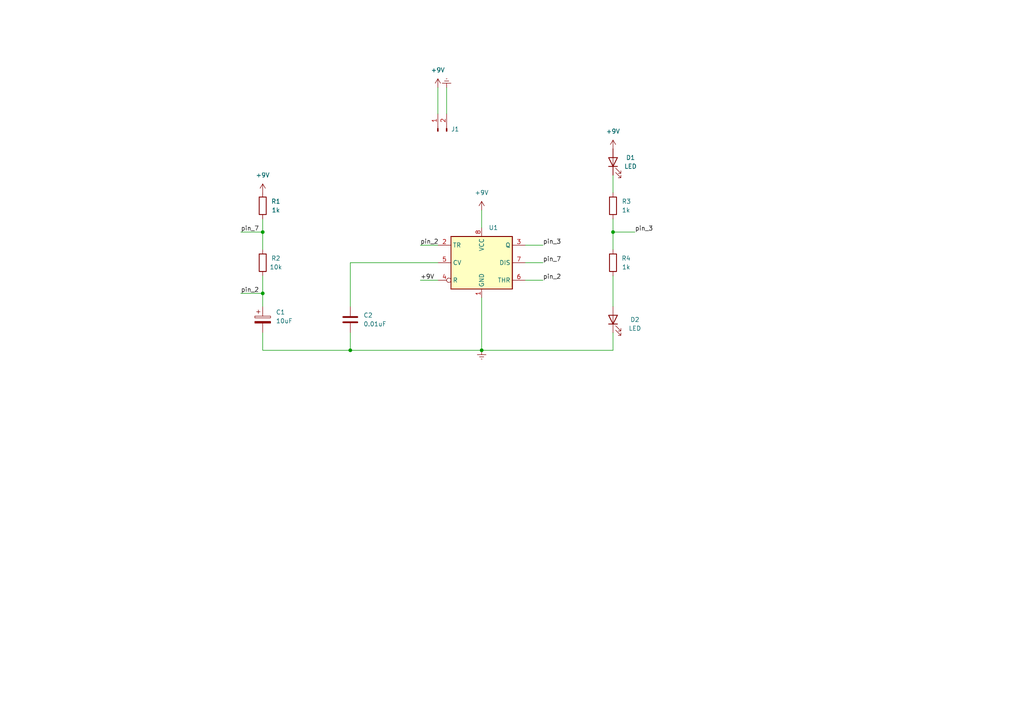
<source format=kicad_sch>
(kicad_sch (version 20211123) (generator eeschema)

  (uuid fc594d2a-fec7-47a1-a1a4-8db4d826d434)

  (paper "A4")

  (lib_symbols
    (symbol "Connector:Conn_01x02_Male" (pin_names (offset 1.016) hide) (in_bom yes) (on_board yes)
      (property "Reference" "J" (id 0) (at 0 2.54 0)
        (effects (font (size 1.27 1.27)))
      )
      (property "Value" "Conn_01x02_Male" (id 1) (at 0 -5.08 0)
        (effects (font (size 1.27 1.27)))
      )
      (property "Footprint" "" (id 2) (at 0 0 0)
        (effects (font (size 1.27 1.27)) hide)
      )
      (property "Datasheet" "~" (id 3) (at 0 0 0)
        (effects (font (size 1.27 1.27)) hide)
      )
      (property "ki_keywords" "connector" (id 4) (at 0 0 0)
        (effects (font (size 1.27 1.27)) hide)
      )
      (property "ki_description" "Generic connector, single row, 01x02, script generated (kicad-library-utils/schlib/autogen/connector/)" (id 5) (at 0 0 0)
        (effects (font (size 1.27 1.27)) hide)
      )
      (property "ki_fp_filters" "Connector*:*_1x??_*" (id 6) (at 0 0 0)
        (effects (font (size 1.27 1.27)) hide)
      )
      (symbol "Conn_01x02_Male_1_1"
        (polyline
          (pts
            (xy 1.27 -2.54)
            (xy 0.8636 -2.54)
          )
          (stroke (width 0.1524) (type default) (color 0 0 0 0))
          (fill (type none))
        )
        (polyline
          (pts
            (xy 1.27 0)
            (xy 0.8636 0)
          )
          (stroke (width 0.1524) (type default) (color 0 0 0 0))
          (fill (type none))
        )
        (rectangle (start 0.8636 -2.413) (end 0 -2.667)
          (stroke (width 0.1524) (type default) (color 0 0 0 0))
          (fill (type outline))
        )
        (rectangle (start 0.8636 0.127) (end 0 -0.127)
          (stroke (width 0.1524) (type default) (color 0 0 0 0))
          (fill (type outline))
        )
        (pin passive line (at 5.08 0 180) (length 3.81)
          (name "Pin_1" (effects (font (size 1.27 1.27))))
          (number "1" (effects (font (size 1.27 1.27))))
        )
        (pin passive line (at 5.08 -2.54 180) (length 3.81)
          (name "Pin_2" (effects (font (size 1.27 1.27))))
          (number "2" (effects (font (size 1.27 1.27))))
        )
      )
    )
    (symbol "Device:C" (pin_numbers hide) (pin_names (offset 0.254)) (in_bom yes) (on_board yes)
      (property "Reference" "C" (id 0) (at 0.635 2.54 0)
        (effects (font (size 1.27 1.27)) (justify left))
      )
      (property "Value" "C" (id 1) (at 0.635 -2.54 0)
        (effects (font (size 1.27 1.27)) (justify left))
      )
      (property "Footprint" "" (id 2) (at 0.9652 -3.81 0)
        (effects (font (size 1.27 1.27)) hide)
      )
      (property "Datasheet" "~" (id 3) (at 0 0 0)
        (effects (font (size 1.27 1.27)) hide)
      )
      (property "ki_keywords" "cap capacitor" (id 4) (at 0 0 0)
        (effects (font (size 1.27 1.27)) hide)
      )
      (property "ki_description" "Unpolarized capacitor" (id 5) (at 0 0 0)
        (effects (font (size 1.27 1.27)) hide)
      )
      (property "ki_fp_filters" "C_*" (id 6) (at 0 0 0)
        (effects (font (size 1.27 1.27)) hide)
      )
      (symbol "C_0_1"
        (polyline
          (pts
            (xy -2.032 -0.762)
            (xy 2.032 -0.762)
          )
          (stroke (width 0.508) (type default) (color 0 0 0 0))
          (fill (type none))
        )
        (polyline
          (pts
            (xy -2.032 0.762)
            (xy 2.032 0.762)
          )
          (stroke (width 0.508) (type default) (color 0 0 0 0))
          (fill (type none))
        )
      )
      (symbol "C_1_1"
        (pin passive line (at 0 3.81 270) (length 2.794)
          (name "~" (effects (font (size 1.27 1.27))))
          (number "1" (effects (font (size 1.27 1.27))))
        )
        (pin passive line (at 0 -3.81 90) (length 2.794)
          (name "~" (effects (font (size 1.27 1.27))))
          (number "2" (effects (font (size 1.27 1.27))))
        )
      )
    )
    (symbol "Device:C_Polarized" (pin_numbers hide) (pin_names (offset 0.254)) (in_bom yes) (on_board yes)
      (property "Reference" "C" (id 0) (at 0.635 2.54 0)
        (effects (font (size 1.27 1.27)) (justify left))
      )
      (property "Value" "C_Polarized" (id 1) (at 0.635 -2.54 0)
        (effects (font (size 1.27 1.27)) (justify left))
      )
      (property "Footprint" "" (id 2) (at 0.9652 -3.81 0)
        (effects (font (size 1.27 1.27)) hide)
      )
      (property "Datasheet" "~" (id 3) (at 0 0 0)
        (effects (font (size 1.27 1.27)) hide)
      )
      (property "ki_keywords" "cap capacitor" (id 4) (at 0 0 0)
        (effects (font (size 1.27 1.27)) hide)
      )
      (property "ki_description" "Polarized capacitor" (id 5) (at 0 0 0)
        (effects (font (size 1.27 1.27)) hide)
      )
      (property "ki_fp_filters" "CP_*" (id 6) (at 0 0 0)
        (effects (font (size 1.27 1.27)) hide)
      )
      (symbol "C_Polarized_0_1"
        (rectangle (start -2.286 0.508) (end 2.286 1.016)
          (stroke (width 0) (type default) (color 0 0 0 0))
          (fill (type none))
        )
        (polyline
          (pts
            (xy -1.778 2.286)
            (xy -0.762 2.286)
          )
          (stroke (width 0) (type default) (color 0 0 0 0))
          (fill (type none))
        )
        (polyline
          (pts
            (xy -1.27 2.794)
            (xy -1.27 1.778)
          )
          (stroke (width 0) (type default) (color 0 0 0 0))
          (fill (type none))
        )
        (rectangle (start 2.286 -0.508) (end -2.286 -1.016)
          (stroke (width 0) (type default) (color 0 0 0 0))
          (fill (type outline))
        )
      )
      (symbol "C_Polarized_1_1"
        (pin passive line (at 0 3.81 270) (length 2.794)
          (name "~" (effects (font (size 1.27 1.27))))
          (number "1" (effects (font (size 1.27 1.27))))
        )
        (pin passive line (at 0 -3.81 90) (length 2.794)
          (name "~" (effects (font (size 1.27 1.27))))
          (number "2" (effects (font (size 1.27 1.27))))
        )
      )
    )
    (symbol "Device:LED" (pin_numbers hide) (pin_names (offset 1.016) hide) (in_bom yes) (on_board yes)
      (property "Reference" "D" (id 0) (at 0 2.54 0)
        (effects (font (size 1.27 1.27)))
      )
      (property "Value" "LED" (id 1) (at 0 -2.54 0)
        (effects (font (size 1.27 1.27)))
      )
      (property "Footprint" "" (id 2) (at 0 0 0)
        (effects (font (size 1.27 1.27)) hide)
      )
      (property "Datasheet" "~" (id 3) (at 0 0 0)
        (effects (font (size 1.27 1.27)) hide)
      )
      (property "ki_keywords" "LED diode" (id 4) (at 0 0 0)
        (effects (font (size 1.27 1.27)) hide)
      )
      (property "ki_description" "Light emitting diode" (id 5) (at 0 0 0)
        (effects (font (size 1.27 1.27)) hide)
      )
      (property "ki_fp_filters" "LED* LED_SMD:* LED_THT:*" (id 6) (at 0 0 0)
        (effects (font (size 1.27 1.27)) hide)
      )
      (symbol "LED_0_1"
        (polyline
          (pts
            (xy -1.27 -1.27)
            (xy -1.27 1.27)
          )
          (stroke (width 0.254) (type default) (color 0 0 0 0))
          (fill (type none))
        )
        (polyline
          (pts
            (xy -1.27 0)
            (xy 1.27 0)
          )
          (stroke (width 0) (type default) (color 0 0 0 0))
          (fill (type none))
        )
        (polyline
          (pts
            (xy 1.27 -1.27)
            (xy 1.27 1.27)
            (xy -1.27 0)
            (xy 1.27 -1.27)
          )
          (stroke (width 0.254) (type default) (color 0 0 0 0))
          (fill (type none))
        )
        (polyline
          (pts
            (xy -3.048 -0.762)
            (xy -4.572 -2.286)
            (xy -3.81 -2.286)
            (xy -4.572 -2.286)
            (xy -4.572 -1.524)
          )
          (stroke (width 0) (type default) (color 0 0 0 0))
          (fill (type none))
        )
        (polyline
          (pts
            (xy -1.778 -0.762)
            (xy -3.302 -2.286)
            (xy -2.54 -2.286)
            (xy -3.302 -2.286)
            (xy -3.302 -1.524)
          )
          (stroke (width 0) (type default) (color 0 0 0 0))
          (fill (type none))
        )
      )
      (symbol "LED_1_1"
        (pin passive line (at -3.81 0 0) (length 2.54)
          (name "K" (effects (font (size 1.27 1.27))))
          (number "1" (effects (font (size 1.27 1.27))))
        )
        (pin passive line (at 3.81 0 180) (length 2.54)
          (name "A" (effects (font (size 1.27 1.27))))
          (number "2" (effects (font (size 1.27 1.27))))
        )
      )
    )
    (symbol "Device:R" (pin_numbers hide) (pin_names (offset 0)) (in_bom yes) (on_board yes)
      (property "Reference" "R" (id 0) (at 2.032 0 90)
        (effects (font (size 1.27 1.27)))
      )
      (property "Value" "R" (id 1) (at 0 0 90)
        (effects (font (size 1.27 1.27)))
      )
      (property "Footprint" "" (id 2) (at -1.778 0 90)
        (effects (font (size 1.27 1.27)) hide)
      )
      (property "Datasheet" "~" (id 3) (at 0 0 0)
        (effects (font (size 1.27 1.27)) hide)
      )
      (property "ki_keywords" "R res resistor" (id 4) (at 0 0 0)
        (effects (font (size 1.27 1.27)) hide)
      )
      (property "ki_description" "Resistor" (id 5) (at 0 0 0)
        (effects (font (size 1.27 1.27)) hide)
      )
      (property "ki_fp_filters" "R_*" (id 6) (at 0 0 0)
        (effects (font (size 1.27 1.27)) hide)
      )
      (symbol "R_0_1"
        (rectangle (start -1.016 -2.54) (end 1.016 2.54)
          (stroke (width 0.254) (type default) (color 0 0 0 0))
          (fill (type none))
        )
      )
      (symbol "R_1_1"
        (pin passive line (at 0 3.81 270) (length 1.27)
          (name "~" (effects (font (size 1.27 1.27))))
          (number "1" (effects (font (size 1.27 1.27))))
        )
        (pin passive line (at 0 -3.81 90) (length 1.27)
          (name "~" (effects (font (size 1.27 1.27))))
          (number "2" (effects (font (size 1.27 1.27))))
        )
      )
    )
    (symbol "Timer:NE555D" (in_bom yes) (on_board yes)
      (property "Reference" "U" (id 0) (at -10.16 8.89 0)
        (effects (font (size 1.27 1.27)) (justify left))
      )
      (property "Value" "NE555D" (id 1) (at 2.54 8.89 0)
        (effects (font (size 1.27 1.27)) (justify left))
      )
      (property "Footprint" "Package_SO:SOIC-8_3.9x4.9mm_P1.27mm" (id 2) (at 21.59 -10.16 0)
        (effects (font (size 1.27 1.27)) hide)
      )
      (property "Datasheet" "http://www.ti.com/lit/ds/symlink/ne555.pdf" (id 3) (at 21.59 -10.16 0)
        (effects (font (size 1.27 1.27)) hide)
      )
      (property "ki_keywords" "single timer 555" (id 4) (at 0 0 0)
        (effects (font (size 1.27 1.27)) hide)
      )
      (property "ki_description" "Precision Timers, 555 compatible, SOIC-8" (id 5) (at 0 0 0)
        (effects (font (size 1.27 1.27)) hide)
      )
      (property "ki_fp_filters" "SOIC*3.9x4.9mm*P1.27mm*" (id 6) (at 0 0 0)
        (effects (font (size 1.27 1.27)) hide)
      )
      (symbol "NE555D_0_0"
        (pin power_in line (at 0 -10.16 90) (length 2.54)
          (name "GND" (effects (font (size 1.27 1.27))))
          (number "1" (effects (font (size 1.27 1.27))))
        )
        (pin power_in line (at 0 10.16 270) (length 2.54)
          (name "VCC" (effects (font (size 1.27 1.27))))
          (number "8" (effects (font (size 1.27 1.27))))
        )
      )
      (symbol "NE555D_0_1"
        (rectangle (start -8.89 -7.62) (end 8.89 7.62)
          (stroke (width 0.254) (type default) (color 0 0 0 0))
          (fill (type background))
        )
        (rectangle (start -8.89 -7.62) (end 8.89 7.62)
          (stroke (width 0.254) (type default) (color 0 0 0 0))
          (fill (type background))
        )
      )
      (symbol "NE555D_1_1"
        (pin input line (at -12.7 5.08 0) (length 3.81)
          (name "TR" (effects (font (size 1.27 1.27))))
          (number "2" (effects (font (size 1.27 1.27))))
        )
        (pin output line (at 12.7 5.08 180) (length 3.81)
          (name "Q" (effects (font (size 1.27 1.27))))
          (number "3" (effects (font (size 1.27 1.27))))
        )
        (pin input inverted (at -12.7 -5.08 0) (length 3.81)
          (name "R" (effects (font (size 1.27 1.27))))
          (number "4" (effects (font (size 1.27 1.27))))
        )
        (pin input line (at -12.7 0 0) (length 3.81)
          (name "CV" (effects (font (size 1.27 1.27))))
          (number "5" (effects (font (size 1.27 1.27))))
        )
        (pin input line (at 12.7 -5.08 180) (length 3.81)
          (name "THR" (effects (font (size 1.27 1.27))))
          (number "6" (effects (font (size 1.27 1.27))))
        )
        (pin input line (at 12.7 0 180) (length 3.81)
          (name "DIS" (effects (font (size 1.27 1.27))))
          (number "7" (effects (font (size 1.27 1.27))))
        )
      )
    )
    (symbol "power:+9V" (power) (pin_names (offset 0)) (in_bom yes) (on_board yes)
      (property "Reference" "#PWR" (id 0) (at 0 -3.81 0)
        (effects (font (size 1.27 1.27)) hide)
      )
      (property "Value" "+9V" (id 1) (at 0 3.556 0)
        (effects (font (size 1.27 1.27)))
      )
      (property "Footprint" "" (id 2) (at 0 0 0)
        (effects (font (size 1.27 1.27)) hide)
      )
      (property "Datasheet" "" (id 3) (at 0 0 0)
        (effects (font (size 1.27 1.27)) hide)
      )
      (property "ki_keywords" "global power" (id 4) (at 0 0 0)
        (effects (font (size 1.27 1.27)) hide)
      )
      (property "ki_description" "Power symbol creates a global label with name \"+9V\"" (id 5) (at 0 0 0)
        (effects (font (size 1.27 1.27)) hide)
      )
      (symbol "+9V_0_1"
        (polyline
          (pts
            (xy -0.762 1.27)
            (xy 0 2.54)
          )
          (stroke (width 0) (type default) (color 0 0 0 0))
          (fill (type none))
        )
        (polyline
          (pts
            (xy 0 0)
            (xy 0 2.54)
          )
          (stroke (width 0) (type default) (color 0 0 0 0))
          (fill (type none))
        )
        (polyline
          (pts
            (xy 0 2.54)
            (xy 0.762 1.27)
          )
          (stroke (width 0) (type default) (color 0 0 0 0))
          (fill (type none))
        )
      )
      (symbol "+9V_1_1"
        (pin power_in line (at 0 0 90) (length 0) hide
          (name "+9V" (effects (font (size 1.27 1.27))))
          (number "1" (effects (font (size 1.27 1.27))))
        )
      )
    )
    (symbol "power:Earth" (power) (pin_names (offset 0)) (in_bom yes) (on_board yes)
      (property "Reference" "#PWR" (id 0) (at 0 -6.35 0)
        (effects (font (size 1.27 1.27)) hide)
      )
      (property "Value" "Earth" (id 1) (at 0 -3.81 0)
        (effects (font (size 1.27 1.27)) hide)
      )
      (property "Footprint" "" (id 2) (at 0 0 0)
        (effects (font (size 1.27 1.27)) hide)
      )
      (property "Datasheet" "~" (id 3) (at 0 0 0)
        (effects (font (size 1.27 1.27)) hide)
      )
      (property "ki_keywords" "global ground gnd" (id 4) (at 0 0 0)
        (effects (font (size 1.27 1.27)) hide)
      )
      (property "ki_description" "Power symbol creates a global label with name \"Earth\"" (id 5) (at 0 0 0)
        (effects (font (size 1.27 1.27)) hide)
      )
      (symbol "Earth_0_1"
        (polyline
          (pts
            (xy -0.635 -1.905)
            (xy 0.635 -1.905)
          )
          (stroke (width 0) (type default) (color 0 0 0 0))
          (fill (type none))
        )
        (polyline
          (pts
            (xy -0.127 -2.54)
            (xy 0.127 -2.54)
          )
          (stroke (width 0) (type default) (color 0 0 0 0))
          (fill (type none))
        )
        (polyline
          (pts
            (xy 0 -1.27)
            (xy 0 0)
          )
          (stroke (width 0) (type default) (color 0 0 0 0))
          (fill (type none))
        )
        (polyline
          (pts
            (xy 1.27 -1.27)
            (xy -1.27 -1.27)
          )
          (stroke (width 0) (type default) (color 0 0 0 0))
          (fill (type none))
        )
      )
      (symbol "Earth_1_1"
        (pin power_in line (at 0 0 270) (length 0) hide
          (name "Earth" (effects (font (size 1.27 1.27))))
          (number "1" (effects (font (size 1.27 1.27))))
        )
      )
    )
  )

  (junction (at 139.7 101.6) (diameter 0) (color 0 0 0 0)
    (uuid 0beaf41d-685a-43fc-a2d7-3e91ca868dbb)
  )
  (junction (at 76.2 67.31) (diameter 0) (color 0 0 0 0)
    (uuid 3315d4a2-20c8-488a-8388-a49eb327d83e)
  )
  (junction (at 177.8 67.31) (diameter 0) (color 0 0 0 0)
    (uuid 368cde5c-b3ac-4339-9a6e-e983c3796faf)
  )
  (junction (at 101.6 101.6) (diameter 0) (color 0 0 0 0)
    (uuid c76ba75b-194b-42fb-bc27-4c8a64f046f9)
  )
  (junction (at 76.2 85.09) (diameter 0) (color 0 0 0 0)
    (uuid ef9ff19d-2782-48a5-920d-eb0bb32df10f)
  )

  (wire (pts (xy 69.85 67.31) (xy 76.2 67.31))
    (stroke (width 0) (type default) (color 0 0 0 0))
    (uuid 08e8c041-a256-41df-9227-939919b3d5cf)
  )
  (wire (pts (xy 76.2 101.6) (xy 101.6 101.6))
    (stroke (width 0) (type default) (color 0 0 0 0))
    (uuid 0a198224-6821-4b8e-823d-ee5b0bd8bbe5)
  )
  (wire (pts (xy 76.2 85.09) (xy 76.2 88.9))
    (stroke (width 0) (type default) (color 0 0 0 0))
    (uuid 0f079227-e823-4a73-bf34-9aea6acd48d2)
  )
  (wire (pts (xy 177.8 101.6) (xy 139.7 101.6))
    (stroke (width 0) (type default) (color 0 0 0 0))
    (uuid 0f1a8eb5-70df-43d4-ab9f-1d0f883b29c8)
  )
  (wire (pts (xy 177.8 63.5) (xy 177.8 67.31))
    (stroke (width 0) (type default) (color 0 0 0 0))
    (uuid 1073bd70-3641-43a6-8eb6-e3e2d11a1826)
  )
  (wire (pts (xy 152.4 71.12) (xy 157.48 71.12))
    (stroke (width 0) (type default) (color 0 0 0 0))
    (uuid 11dc2ac1-c501-4a73-87f4-4037920cc801)
  )
  (wire (pts (xy 127 76.2) (xy 101.6 76.2))
    (stroke (width 0) (type default) (color 0 0 0 0))
    (uuid 12366ae0-2688-47c2-815e-38739e6f4897)
  )
  (wire (pts (xy 76.2 67.31) (xy 76.2 72.39))
    (stroke (width 0) (type default) (color 0 0 0 0))
    (uuid 17a6ece0-346c-4d17-a56f-9dcea408e0a6)
  )
  (wire (pts (xy 101.6 101.6) (xy 101.6 96.52))
    (stroke (width 0) (type default) (color 0 0 0 0))
    (uuid 17f5f3bd-9ffe-4fc9-8d84-ae3f1c4d151c)
  )
  (wire (pts (xy 121.92 81.28) (xy 127 81.28))
    (stroke (width 0) (type default) (color 0 0 0 0))
    (uuid 19b5ec3d-9c19-43e3-9aa1-c863167a3b12)
  )
  (wire (pts (xy 127 25.4) (xy 127 33.02))
    (stroke (width 0) (type default) (color 0 0 0 0))
    (uuid 2471776b-9865-41ed-83f3-d5243fbe968a)
  )
  (wire (pts (xy 177.8 80.01) (xy 177.8 88.9))
    (stroke (width 0) (type default) (color 0 0 0 0))
    (uuid 26499eab-3474-4a6f-9268-cf83d4caa415)
  )
  (wire (pts (xy 139.7 60.96) (xy 139.7 66.04))
    (stroke (width 0) (type default) (color 0 0 0 0))
    (uuid 2d352499-5680-4958-9336-842d18e7510c)
  )
  (wire (pts (xy 121.92 71.12) (xy 127 71.12))
    (stroke (width 0) (type default) (color 0 0 0 0))
    (uuid 2d3d255f-a535-4ecf-8c61-b705f38d095a)
  )
  (wire (pts (xy 76.2 96.52) (xy 76.2 101.6))
    (stroke (width 0) (type default) (color 0 0 0 0))
    (uuid 2e8364aa-9883-420e-af91-f119b938c347)
  )
  (wire (pts (xy 101.6 76.2) (xy 101.6 88.9))
    (stroke (width 0) (type default) (color 0 0 0 0))
    (uuid 3740f73e-d68c-413c-a560-2cf1411f9b96)
  )
  (wire (pts (xy 139.7 101.6) (xy 101.6 101.6))
    (stroke (width 0) (type default) (color 0 0 0 0))
    (uuid 455c4b4d-48d5-47d4-916b-f5fefe299d26)
  )
  (wire (pts (xy 177.8 67.31) (xy 184.15 67.31))
    (stroke (width 0) (type default) (color 0 0 0 0))
    (uuid 4c78d1cb-742e-4de7-956b-3d6da8ee3074)
  )
  (wire (pts (xy 129.54 25.4) (xy 129.54 33.02))
    (stroke (width 0) (type default) (color 0 0 0 0))
    (uuid 505dc87c-ad39-4944-b53b-0ea770b6fcd4)
  )
  (wire (pts (xy 139.7 86.36) (xy 139.7 101.6))
    (stroke (width 0) (type default) (color 0 0 0 0))
    (uuid 5b9df67c-3d45-4bed-8732-d6a84702a9cf)
  )
  (wire (pts (xy 177.8 67.31) (xy 177.8 72.39))
    (stroke (width 0) (type default) (color 0 0 0 0))
    (uuid 70f640c5-69e6-493b-a64b-28a44682db58)
  )
  (wire (pts (xy 177.8 50.8) (xy 177.8 55.88))
    (stroke (width 0) (type default) (color 0 0 0 0))
    (uuid 94457024-40ac-46e5-95e7-e6d8c3587fb5)
  )
  (wire (pts (xy 76.2 63.5) (xy 76.2 67.31))
    (stroke (width 0) (type default) (color 0 0 0 0))
    (uuid 9d0641d6-90fd-43c8-aef4-b8f3f4053f90)
  )
  (wire (pts (xy 69.85 85.09) (xy 76.2 85.09))
    (stroke (width 0) (type default) (color 0 0 0 0))
    (uuid a5ecae61-e303-4609-aac3-e687e4df047c)
  )
  (wire (pts (xy 152.4 76.2) (xy 157.48 76.2))
    (stroke (width 0) (type default) (color 0 0 0 0))
    (uuid dff587fa-c37e-4aa2-8c36-55e8d506222a)
  )
  (wire (pts (xy 152.4 81.28) (xy 157.48 81.28))
    (stroke (width 0) (type default) (color 0 0 0 0))
    (uuid e5167907-f645-4b2f-a463-502cb406f9d2)
  )
  (wire (pts (xy 177.8 96.52) (xy 177.8 101.6))
    (stroke (width 0) (type default) (color 0 0 0 0))
    (uuid e67ad454-c910-41f9-b40e-af13db47aa2f)
  )
  (wire (pts (xy 76.2 80.01) (xy 76.2 85.09))
    (stroke (width 0) (type default) (color 0 0 0 0))
    (uuid fb977e13-283e-4bc5-adbf-12ef93ff7905)
  )

  (label "pin_2" (at 121.92 71.12 0)
    (effects (font (size 1.27 1.27)) (justify left bottom))
    (uuid 1b222512-9d47-4b3a-883c-bfb5cfe2cb59)
  )
  (label "pin_7" (at 69.85 67.31 0)
    (effects (font (size 1.27 1.27)) (justify left bottom))
    (uuid 26fe0c60-0010-42de-97ce-75862b7496bb)
  )
  (label "pin_3" (at 184.15 67.31 0)
    (effects (font (size 1.27 1.27)) (justify left bottom))
    (uuid 7fc862be-daa4-467c-bd24-4481029242fa)
  )
  (label "pin_3" (at 157.48 71.12 0)
    (effects (font (size 1.27 1.27)) (justify left bottom))
    (uuid 83d59d3b-4103-44b0-9ae4-13d2ee4275c8)
  )
  (label "pin_2" (at 157.48 81.28 0)
    (effects (font (size 1.27 1.27)) (justify left bottom))
    (uuid 8461d6f8-2559-417f-a146-eabab4ae81e7)
  )
  (label "+9V" (at 121.92 81.28 0)
    (effects (font (size 1.27 1.27)) (justify left bottom))
    (uuid 91bb49b1-badc-4491-8981-6498a5e8d7a3)
  )
  (label "pin_7" (at 157.48 76.2 0)
    (effects (font (size 1.27 1.27)) (justify left bottom))
    (uuid cfe55f33-5c3a-418b-b1f0-06d441676b93)
  )
  (label "pin_2" (at 69.85 85.09 0)
    (effects (font (size 1.27 1.27)) (justify left bottom))
    (uuid dcd5df05-9211-466b-8eed-cd1398a19f3d)
  )

  (symbol (lib_id "Device:R") (at 76.2 76.2 0) (unit 1)
    (in_bom yes) (on_board yes)
    (uuid 1399bfb9-c845-43b3-8eaa-30c3a3e9860c)
    (property "Reference" "R2" (id 0) (at 80.01 74.93 0))
    (property "Value" "10k" (id 1) (at 80.01 77.47 0))
    (property "Footprint" "" (id 2) (at 74.422 76.2 90)
      (effects (font (size 1.27 1.27)) hide)
    )
    (property "Datasheet" "~" (id 3) (at 76.2 76.2 0)
      (effects (font (size 1.27 1.27)) hide)
    )
    (pin "1" (uuid 0616a69d-6d79-42c6-b6cc-67635612cd6f))
    (pin "2" (uuid 91a6e2c9-3f7d-496e-814e-f0a729da248d))
  )

  (symbol (lib_id "Device:C_Polarized") (at 76.2 92.71 0) (unit 1)
    (in_bom yes) (on_board yes) (fields_autoplaced)
    (uuid 24975818-0dde-42ee-a1f7-be96828f83be)
    (property "Reference" "C1" (id 0) (at 80.01 90.5509 0)
      (effects (font (size 1.27 1.27)) (justify left))
    )
    (property "Value" "10uF" (id 1) (at 80.01 93.0909 0)
      (effects (font (size 1.27 1.27)) (justify left))
    )
    (property "Footprint" "" (id 2) (at 77.1652 96.52 0)
      (effects (font (size 1.27 1.27)) hide)
    )
    (property "Datasheet" "~" (id 3) (at 76.2 92.71 0)
      (effects (font (size 1.27 1.27)) hide)
    )
    (pin "1" (uuid 2b316824-2b42-447b-98b9-a765873e0716))
    (pin "2" (uuid 805b6efc-1df6-4cbb-8a9a-83f341364fd2))
  )

  (symbol (lib_id "Device:LED") (at 177.8 92.71 90) (unit 1)
    (in_bom yes) (on_board yes)
    (uuid 2ba0098e-0ee9-4e5a-b582-51caf64e124f)
    (property "Reference" "D2" (id 0) (at 184.15 92.71 90))
    (property "Value" "LED" (id 1) (at 184.15 95.25 90))
    (property "Footprint" "" (id 2) (at 177.8 92.71 0)
      (effects (font (size 1.27 1.27)) hide)
    )
    (property "Datasheet" "~" (id 3) (at 177.8 92.71 0)
      (effects (font (size 1.27 1.27)) hide)
    )
    (pin "1" (uuid e1dc6f88-ef1a-4b3d-a58d-2b81b9717423))
    (pin "2" (uuid 094c2eca-a90d-4459-a15e-1716f397f209))
  )

  (symbol (lib_id "Device:R") (at 177.8 59.69 180) (unit 1)
    (in_bom yes) (on_board yes) (fields_autoplaced)
    (uuid 371047d9-9692-415f-9a3b-197b4e8dbc29)
    (property "Reference" "R3" (id 0) (at 180.34 58.4199 0)
      (effects (font (size 1.27 1.27)) (justify right))
    )
    (property "Value" "1k" (id 1) (at 180.34 60.9599 0)
      (effects (font (size 1.27 1.27)) (justify right))
    )
    (property "Footprint" "" (id 2) (at 179.578 59.69 90)
      (effects (font (size 1.27 1.27)) hide)
    )
    (property "Datasheet" "~" (id 3) (at 177.8 59.69 0)
      (effects (font (size 1.27 1.27)) hide)
    )
    (pin "1" (uuid 8b94e635-b0d4-40e3-b5b3-56a580550e3b))
    (pin "2" (uuid 8ba39252-c563-4351-9c06-a549023ca38f))
  )

  (symbol (lib_id "power:Earth") (at 129.54 25.4 180) (unit 1)
    (in_bom yes) (on_board yes) (fields_autoplaced)
    (uuid 429e5b35-cb5d-423f-bd3d-d7f389e91ad8)
    (property "Reference" "#PWR?" (id 0) (at 129.54 19.05 0)
      (effects (font (size 1.27 1.27)) hide)
    )
    (property "Value" "Earth" (id 1) (at 129.54 21.59 0)
      (effects (font (size 1.27 1.27)) hide)
    )
    (property "Footprint" "" (id 2) (at 129.54 25.4 0)
      (effects (font (size 1.27 1.27)) hide)
    )
    (property "Datasheet" "~" (id 3) (at 129.54 25.4 0)
      (effects (font (size 1.27 1.27)) hide)
    )
    (pin "1" (uuid 88f7065e-0f09-4142-a0ff-427f9f3bae51))
  )

  (symbol (lib_id "power:+9V") (at 76.2 55.88 0) (unit 1)
    (in_bom yes) (on_board yes) (fields_autoplaced)
    (uuid 4bb52cea-9dee-4c65-989f-8f334292018b)
    (property "Reference" "#PWR?" (id 0) (at 76.2 59.69 0)
      (effects (font (size 1.27 1.27)) hide)
    )
    (property "Value" "+9V" (id 1) (at 76.2 50.8 0))
    (property "Footprint" "" (id 2) (at 76.2 55.88 0)
      (effects (font (size 1.27 1.27)) hide)
    )
    (property "Datasheet" "" (id 3) (at 76.2 55.88 0)
      (effects (font (size 1.27 1.27)) hide)
    )
    (pin "1" (uuid b57e2590-0666-47fb-8c88-83742f4412fb))
  )

  (symbol (lib_id "Device:C") (at 101.6 92.71 0) (unit 1)
    (in_bom yes) (on_board yes) (fields_autoplaced)
    (uuid 59f75b14-7ce3-4623-8896-6c419564157e)
    (property "Reference" "C2" (id 0) (at 105.41 91.4399 0)
      (effects (font (size 1.27 1.27)) (justify left))
    )
    (property "Value" "0.01uF" (id 1) (at 105.41 93.9799 0)
      (effects (font (size 1.27 1.27)) (justify left))
    )
    (property "Footprint" "" (id 2) (at 102.5652 96.52 0)
      (effects (font (size 1.27 1.27)) hide)
    )
    (property "Datasheet" "~" (id 3) (at 101.6 92.71 0)
      (effects (font (size 1.27 1.27)) hide)
    )
    (pin "1" (uuid 397bea98-2da1-45aa-bff0-eca8d2d4a551))
    (pin "2" (uuid 6471de96-81dc-416d-869e-dbd8056ac4d0))
  )

  (symbol (lib_id "Timer:NE555D") (at 139.7 76.2 0) (unit 1)
    (in_bom yes) (on_board yes) (fields_autoplaced)
    (uuid 6d6d1ebf-e535-4f71-a3eb-585fde80ca6f)
    (property "Reference" "U1" (id 0) (at 141.7194 66.04 0)
      (effects (font (size 1.27 1.27)) (justify left))
    )
    (property "Value" "NE555D" (id 1) (at 141.7194 66.04 0)
      (effects (font (size 1.27 1.27)) (justify left) hide)
    )
    (property "Footprint" "Package_SO:SOIC-8_3.9x4.9mm_P1.27mm" (id 2) (at 161.29 86.36 0)
      (effects (font (size 1.27 1.27)) hide)
    )
    (property "Datasheet" "http://www.ti.com/lit/ds/symlink/ne555.pdf" (id 3) (at 161.29 86.36 0)
      (effects (font (size 1.27 1.27)) hide)
    )
    (pin "1" (uuid f2fbf965-a9e4-43dc-9085-e560e9b57805))
    (pin "8" (uuid 3fd08317-d6c6-4b6b-a208-7458f458b7de))
    (pin "2" (uuid dd0d6c99-082a-4b14-bab8-ed24e09f8fe5))
    (pin "3" (uuid 343857fc-a767-47c8-94bc-9da530fec02b))
    (pin "4" (uuid 5377c183-ac1d-4e34-b347-75f0e2cbfa5e))
    (pin "5" (uuid 4d71f6f9-ac23-4368-8a6e-e8e8cd26e893))
    (pin "6" (uuid 8c9fd4aa-9989-4dae-9392-a858aa773b3d))
    (pin "7" (uuid 38a8f5fe-5cae-49a8-9d48-72281d570968))
  )

  (symbol (lib_id "power:+9V") (at 177.8 43.18 0) (unit 1)
    (in_bom yes) (on_board yes) (fields_autoplaced)
    (uuid 8533406e-1d88-4d1d-b886-738ad7394e24)
    (property "Reference" "#PWR?" (id 0) (at 177.8 46.99 0)
      (effects (font (size 1.27 1.27)) hide)
    )
    (property "Value" "+9V" (id 1) (at 177.8 38.1 0))
    (property "Footprint" "" (id 2) (at 177.8 43.18 0)
      (effects (font (size 1.27 1.27)) hide)
    )
    (property "Datasheet" "" (id 3) (at 177.8 43.18 0)
      (effects (font (size 1.27 1.27)) hide)
    )
    (pin "1" (uuid f680bb2d-e6b9-46bc-acc7-7a0745f538c9))
  )

  (symbol (lib_id "power:Earth") (at 139.7 101.6 0) (unit 1)
    (in_bom yes) (on_board yes) (fields_autoplaced)
    (uuid 8a88bd45-4e57-4ec8-8cd3-e08812b2bddb)
    (property "Reference" "#PWR?" (id 0) (at 139.7 107.95 0)
      (effects (font (size 1.27 1.27)) hide)
    )
    (property "Value" "Earth" (id 1) (at 139.7 105.41 0)
      (effects (font (size 1.27 1.27)) hide)
    )
    (property "Footprint" "" (id 2) (at 139.7 101.6 0)
      (effects (font (size 1.27 1.27)) hide)
    )
    (property "Datasheet" "~" (id 3) (at 139.7 101.6 0)
      (effects (font (size 1.27 1.27)) hide)
    )
    (pin "1" (uuid a933933f-3de3-4c3f-9ab3-7e09b38dd113))
  )

  (symbol (lib_id "Device:R") (at 177.8 76.2 0) (unit 1)
    (in_bom yes) (on_board yes)
    (uuid b1602bb1-0cdf-4837-9c68-6e6ba1d701dd)
    (property "Reference" "R4" (id 0) (at 181.61 74.93 0))
    (property "Value" "1k" (id 1) (at 181.61 77.47 0))
    (property "Footprint" "" (id 2) (at 176.022 76.2 90)
      (effects (font (size 1.27 1.27)) hide)
    )
    (property "Datasheet" "~" (id 3) (at 177.8 76.2 0)
      (effects (font (size 1.27 1.27)) hide)
    )
    (pin "1" (uuid daf7d782-589b-4b84-b504-8f7b5e0c2986))
    (pin "2" (uuid 738d6cbd-28a2-416e-91a4-f5a2438c3a4d))
  )

  (symbol (lib_id "Device:LED") (at 177.8 46.99 90) (unit 1)
    (in_bom yes) (on_board yes)
    (uuid ba5dba7c-37fe-449e-a75b-a789455f8b6f)
    (property "Reference" "D1" (id 0) (at 182.88 45.72 90))
    (property "Value" "LED" (id 1) (at 182.88 48.26 90))
    (property "Footprint" "" (id 2) (at 177.8 46.99 0)
      (effects (font (size 1.27 1.27)) hide)
    )
    (property "Datasheet" "~" (id 3) (at 177.8 46.99 0)
      (effects (font (size 1.27 1.27)) hide)
    )
    (pin "1" (uuid 22e357e4-d998-41ca-92a2-e3ba5a82636b))
    (pin "2" (uuid 9889d103-1ed7-4203-8234-44f3abcae61b))
  )

  (symbol (lib_id "Connector:Conn_01x02_Male") (at 127 38.1 90) (unit 1)
    (in_bom yes) (on_board yes) (fields_autoplaced)
    (uuid ba9c07cb-f23a-4f2e-b9c4-13fe333175f0)
    (property "Reference" "J1" (id 0) (at 130.81 37.4649 90)
      (effects (font (size 1.27 1.27)) (justify right))
    )
    (property "Value" "Conn_01x02_Male" (id 1) (at 130.81 38.7349 90)
      (effects (font (size 1.27 1.27)) (justify right) hide)
    )
    (property "Footprint" "" (id 2) (at 127 38.1 0)
      (effects (font (size 1.27 1.27)) hide)
    )
    (property "Datasheet" "~" (id 3) (at 127 38.1 0)
      (effects (font (size 1.27 1.27)) hide)
    )
    (pin "1" (uuid 2320b95a-98d0-4315-a4dc-8fa8b10e9e1f))
    (pin "2" (uuid ce19aaed-ef84-441a-bc22-945d5ce349ee))
  )

  (symbol (lib_id "power:+9V") (at 139.7 60.96 0) (unit 1)
    (in_bom yes) (on_board yes) (fields_autoplaced)
    (uuid cb7a33d8-c8af-4fa7-9ec9-9531408ea87e)
    (property "Reference" "#PWR?" (id 0) (at 139.7 64.77 0)
      (effects (font (size 1.27 1.27)) hide)
    )
    (property "Value" "+9V" (id 1) (at 139.7 55.88 0))
    (property "Footprint" "" (id 2) (at 139.7 60.96 0)
      (effects (font (size 1.27 1.27)) hide)
    )
    (property "Datasheet" "" (id 3) (at 139.7 60.96 0)
      (effects (font (size 1.27 1.27)) hide)
    )
    (pin "1" (uuid a4a31d07-3bf3-418d-97f9-2f6f85787a69))
  )

  (symbol (lib_id "Device:R") (at 76.2 59.69 0) (unit 1)
    (in_bom yes) (on_board yes)
    (uuid d91ebf77-fd6b-435d-98f9-0ba0f830b9b9)
    (property "Reference" "R1" (id 0) (at 80.01 58.42 0))
    (property "Value" "1k" (id 1) (at 80.01 60.96 0))
    (property "Footprint" "" (id 2) (at 74.422 59.69 90)
      (effects (font (size 1.27 1.27)) hide)
    )
    (property "Datasheet" "~" (id 3) (at 76.2 59.69 0)
      (effects (font (size 1.27 1.27)) hide)
    )
    (pin "1" (uuid ee2a513a-ed96-4766-b402-715c73254cf6))
    (pin "2" (uuid 2927c34d-65d9-4862-bd2f-19ce8e495685))
  )

  (symbol (lib_id "power:+9V") (at 127 25.4 0) (unit 1)
    (in_bom yes) (on_board yes) (fields_autoplaced)
    (uuid f1744a2a-d297-4771-803a-49952d572475)
    (property "Reference" "#PWR?" (id 0) (at 127 29.21 0)
      (effects (font (size 1.27 1.27)) hide)
    )
    (property "Value" "+9V" (id 1) (at 127 20.32 0))
    (property "Footprint" "" (id 2) (at 127 25.4 0)
      (effects (font (size 1.27 1.27)) hide)
    )
    (property "Datasheet" "" (id 3) (at 127 25.4 0)
      (effects (font (size 1.27 1.27)) hide)
    )
    (pin "1" (uuid 69376875-2bdc-4b13-aac7-f9e3320f3ad3))
  )

  (sheet_instances
    (path "/" (page "1"))
  )

  (symbol_instances
    (path "/429e5b35-cb5d-423f-bd3d-d7f389e91ad8"
      (reference "#PWR?") (unit 1) (value "Earth") (footprint "")
    )
    (path "/4bb52cea-9dee-4c65-989f-8f334292018b"
      (reference "#PWR?") (unit 1) (value "+9V") (footprint "")
    )
    (path "/8533406e-1d88-4d1d-b886-738ad7394e24"
      (reference "#PWR?") (unit 1) (value "+9V") (footprint "")
    )
    (path "/8a88bd45-4e57-4ec8-8cd3-e08812b2bddb"
      (reference "#PWR?") (unit 1) (value "Earth") (footprint "")
    )
    (path "/cb7a33d8-c8af-4fa7-9ec9-9531408ea87e"
      (reference "#PWR?") (unit 1) (value "+9V") (footprint "")
    )
    (path "/f1744a2a-d297-4771-803a-49952d572475"
      (reference "#PWR?") (unit 1) (value "+9V") (footprint "")
    )
    (path "/24975818-0dde-42ee-a1f7-be96828f83be"
      (reference "C1") (unit 1) (value "10uF") (footprint "")
    )
    (path "/59f75b14-7ce3-4623-8896-6c419564157e"
      (reference "C2") (unit 1) (value "0.01uF") (footprint "")
    )
    (path "/ba5dba7c-37fe-449e-a75b-a789455f8b6f"
      (reference "D1") (unit 1) (value "LED") (footprint "")
    )
    (path "/2ba0098e-0ee9-4e5a-b582-51caf64e124f"
      (reference "D2") (unit 1) (value "LED") (footprint "")
    )
    (path "/ba9c07cb-f23a-4f2e-b9c4-13fe333175f0"
      (reference "J1") (unit 1) (value "Conn_01x02_Male") (footprint "")
    )
    (path "/d91ebf77-fd6b-435d-98f9-0ba0f830b9b9"
      (reference "R1") (unit 1) (value "1k") (footprint "")
    )
    (path "/1399bfb9-c845-43b3-8eaa-30c3a3e9860c"
      (reference "R2") (unit 1) (value "10k") (footprint "")
    )
    (path "/371047d9-9692-415f-9a3b-197b4e8dbc29"
      (reference "R3") (unit 1) (value "1k") (footprint "")
    )
    (path "/b1602bb1-0cdf-4837-9c68-6e6ba1d701dd"
      (reference "R4") (unit 1) (value "1k") (footprint "")
    )
    (path "/6d6d1ebf-e535-4f71-a3eb-585fde80ca6f"
      (reference "U1") (unit 1) (value "NE555D") (footprint "Package_SO:SOIC-8_3.9x4.9mm_P1.27mm")
    )
  )
)

</source>
